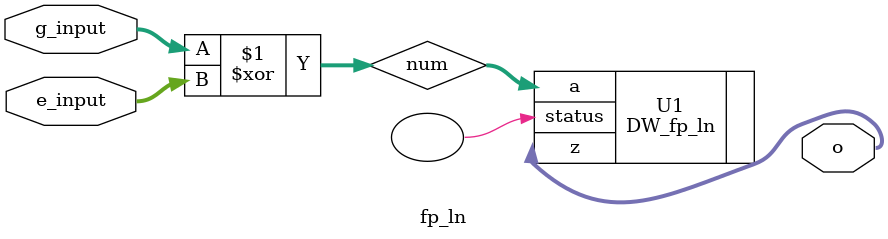
<source format=v>
module fp_ln (g_input, e_input, o);

parameter sig_width = 23;
parameter exp_width = 8;
parameter ieee_compliance = 0;
parameter extra_prec = 0;
parameter arch = 2;

input  [sig_width+exp_width : 0] g_input;
input  [sig_width+exp_width : 0] e_input;
wire   [sig_width+exp_width : 0] num;
output [sig_width+exp_width : 0] o;

assign num = g_input ^ e_input;

    // Instance of DW_fp_log2
    DW_fp_ln #(sig_width, exp_width, ieee_compliance, extra_prec, arch)
	  U1 ( .a(num), .z(o), .status() );

endmodule

</source>
